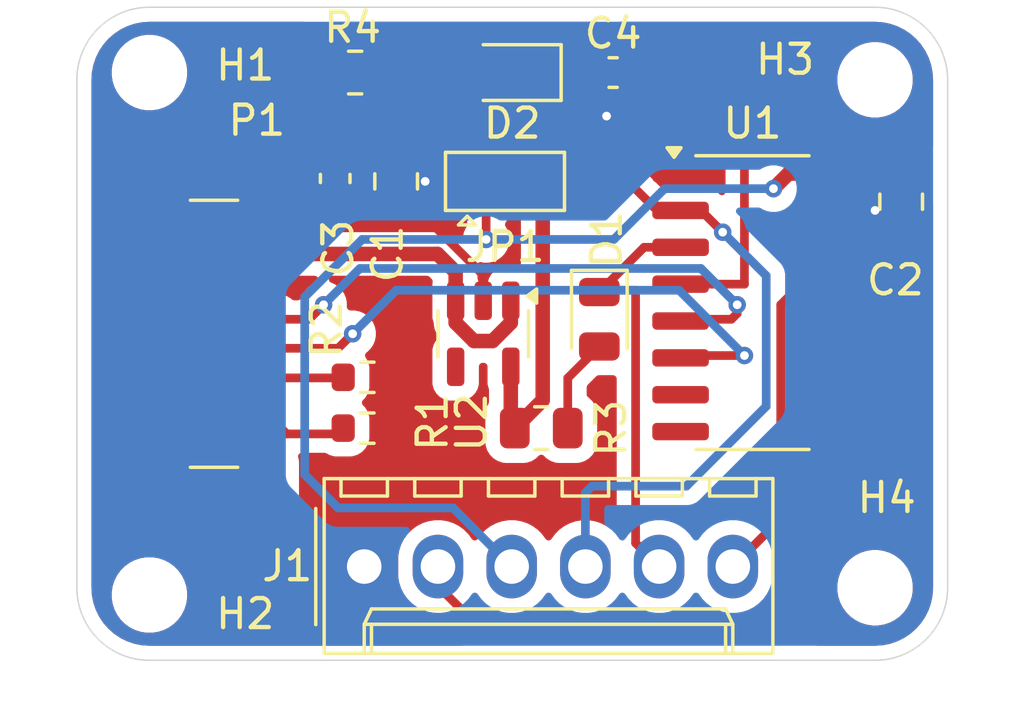
<source format=kicad_pcb>
(kicad_pcb (version 20241229) (generator "pcbnew") (generator_version "9.0")
  (layers (0 "F.Cu" signal) (2 "B.Cu" signal) (13 "F.Paste" user) (15 "B.Paste" user) (5 "F.SilkS" user "F.Silkscreen") (7 "B.SilkS" user "B.Silkscreen") (1 "F.Mask" user) (3 "B.Mask" user) (25 "Edge.Cuts" user))
  (net 0 "")
  (net 1 "GND")
  (net 2 "VCC")
  (net 3 "Net-(U1-V3)")
  (net 4 "RXI")
  (net 5 "Net-(D1-A)")
  (net 6 "TXO")
  (net 7 "Net-(D2-A)")
  (net 8 "~{DTR}")
  (net 9 "~{CTS}")
  (net 10 "Net-(P1-CC2)")
  (net 11 "Net-(P1-CC1)")
  (net 18 "Net-(P1-D+)")
  (net 20 "Net-(P1-D-)")
  (net 23 "5V")
  (net 24 "3.3V")
  (footprint "MountingHole:MountingHole_2.1mm" (layer "F.Cu") (at 177.5 102)
    (property "Reference" "H3" (at -3.1 -0.7 0) (layer "F.SilkS"))
    (property "Value" "MountingHole")
    (pad "" np_thru_hole circle (at 0 0) (size 2.1 2.1) (drill 2.1) (layers "*.Cu" "*.Mask"))
  )
  (footprint "Resistor_SMD:R_0805_2012Metric" (layer "F.Cu") (at 166 114)
    (property "Reference" "R3" (at 2.4 0 90) (layer "F.SilkS"))
    (property "Value" "1K")
    (fp_line (start -0.227064 -0.735) (end 0.227064 -0.735) (stroke (width 0.12)) (layer "F.SilkS"))
    (fp_line (start -0.227064 0.735) (end 0.227064 0.735) (stroke (width 0.12)) (layer "F.SilkS"))
    (pad "1" smd roundrect (at -0.9125 0) (size 1.025 1.4) (layers "F.Cu" "F.Mask" "F.Paste") (roundrect_rratio 0.243902) (net 24 "3.3V"))
    (pad "2" smd roundrect (at 0.9125 0) (size 1.025 1.4) (layers "F.Cu" "F.Mask" "F.Paste") (roundrect_rratio 0.243902) (net 5 "Net-(D1-A)"))
  )
  (footprint "LED_SMD:LED_0805_2012Metric" (layer "F.Cu") (at 168 110.25 -90)
    (property "Reference" "D1" (at -2.75 -0.25 90) (layer "F.SilkS"))
    (property "Value" "LED")
    (fp_line (start -1.685 0.96) (end 1 0.96) (stroke (width 0.12)) (layer "F.SilkS"))
    (fp_line (start -1.685 -0.96) (end -1.685 0.96) (stroke (width 0.12)) (layer "F.SilkS"))
    (fp_line (start 1 -0.96) (end -1.685 -0.96) (stroke (width 0.12)) (layer "F.SilkS"))
    (pad "1" smd roundrect (at -0.9375 0 270) (size 0.975 1.4) (layers "F.Cu" "F.Mask" "F.Paste") (net 4 "RXI"))
    (pad "2" smd roundrect (at 0.9375 0 270) (size 0.975 1.4) (layers "F.Cu" "F.Mask" "F.Paste") (net 5 "Net-(D1-A)"))
  )
  (footprint "MountingHole:MountingHole_2.1mm" (layer "F.Cu") (at 152.5 101.75)
    (property "Reference" "H1" (at 3.3 -0.25 0) (layer "F.SilkS"))
    (property "Value" "MountingHole")
    (pad "" np_thru_hole circle (at 0 0) (size 2.1 2.1) (drill 2.1) (layers "*.Cu" "*.Mask"))
  )
  (footprint "Resistor_SMD:R_0805_2012Metric" (layer "F.Cu") (at 159.5875 101.75)
    (property "Reference" "R4" (at -0.0875 -1.55 0) (layer "F.SilkS"))
    (property "Value" "1K")
    (fp_line (start -0.227064 -0.735) (end 0.227064 -0.735) (stroke (width 0.12)) (layer "F.SilkS"))
    (fp_line (start -0.227064 0.735) (end 0.227064 0.735) (stroke (width 0.12)) (layer "F.SilkS"))
    (pad "1" smd roundrect (at -0.9125 0) (size 1.025 1.4) (layers "F.Cu" "F.Mask" "F.Paste") (roundrect_rratio 0.243902) (net 24 "3.3V"))
    (pad "2" smd roundrect (at 0.9125 0) (size 1.025 1.4) (layers "F.Cu" "F.Mask" "F.Paste") (roundrect_rratio 0.243902) (net 7 "Net-(D2-A)"))
  )
  (footprint "LED_SMD:LED_0805_2012Metric" (layer "F.Cu") (at 165 101.75 180)
    (property "Reference" "D2" (at 0 -1.75 0) (layer "F.SilkS"))
    (property "Value" "LED")
    (fp_line (start 1 -0.96) (end -1.685 -0.96) (stroke (width 0.12)) (layer "F.SilkS"))
    (fp_line (start -1.685 0.96) (end 1 0.96) (stroke (width 0.12)) (layer "F.SilkS"))
    (fp_line (start -1.685 -0.96) (end -1.685 0.96) (stroke (width 0.12)) (layer "F.SilkS"))
    (pad "1" smd roundrect (at -0.9375 0 180) (size 0.975 1.4) (layers "F.Cu" "F.Mask" "F.Paste") (net 6 "TXO"))
    (pad "2" smd roundrect (at 0.9375 0 180) (size 0.975 1.4) (layers "F.Cu" "F.Mask" "F.Paste") (net 7 "Net-(D2-A)"))
  )
  (footprint "Capacitor_SMD:C_0603_1608Metric" (layer "F.Cu") (at 168.475 101.75)
    (property "Reference" "C4" (at 0 -1.35 0) (layer "F.SilkS"))
    (property "Value" "1uF")
    (fp_line (start -0.14058 -0.51) (end 0.14058 -0.51) (stroke (width 0.12)) (layer "F.SilkS"))
    (fp_line (start -0.14058 0.51) (end 0.14058 0.51) (stroke (width 0.12)) (layer "F.SilkS"))
    (pad "1" smd roundrect (at -0.775 0) (size 0.9 0.95) (layers "F.Cu" "F.Mask" "F.Paste") (net 24 "3.3V"))
    (pad "2" smd roundrect (at 0.775 0) (size 0.9 0.95) (layers "F.Cu" "F.Mask" "F.Paste") (net 1 "GND"))
  )
  (footprint "Connector_Molex:Molex_KK-254_AE-6410-06A_1x06_P2.54mm_Vertical" (layer "F.Cu") (at 159.9 118.77)
    (property "Reference" "J1" (at -2.65 -0.02 0) (layer "F.SilkS"))
    (property "Value" "Conn_01x06_Pin")
    (fp_line (start -1.67 -2) (end -1.67 2) (stroke (width 0.12)) (layer "F.SilkS"))
    (fp_line (start -1.38 -3.03) (end -1.38 2.99) (stroke (width 0.12)) (layer "F.SilkS"))
    (fp_line (start -1.38 2.99) (end 14.08 2.99) (stroke (width 0.12)) (layer "F.SilkS"))
    (fp_line (start -0.8 -3.03) (end -0.8 -2.43) (stroke (width 0.12)) (layer "F.SilkS"))
    (fp_line (start -0.8 -2.43) (end 0.8 -2.43) (stroke (width 0.12)) (layer "F.SilkS"))
    (fp_line (start 0 1.99) (end 0.25 1.46) (stroke (width 0.12)) (layer "F.SilkS"))
    (fp_line (start 0 1.99) (end 12.7 1.99) (stroke (width 0.12)) (layer "F.SilkS"))
    (fp_line (start 0 2.99) (end 0 1.99) (stroke (width 0.12)) (layer "F.SilkS"))
    (fp_line (start 0.25 1.46) (end 12.45 1.46) (stroke (width 0.12)) (layer "F.SilkS"))
    (fp_line (start 0.25 2.99) (end 0.25 1.99) (stroke (width 0.12)) (layer "F.SilkS"))
    (fp_line (start 0.8 -2.43) (end 0.8 -3.03) (stroke (width 0.12)) (layer "F.SilkS"))
    (fp_line (start 1.74 -3.03) (end 1.74 -2.43) (stroke (width 0.12)) (layer "F.SilkS"))
    (fp_line (start 1.74 -2.43) (end 3.34 -2.43) (stroke (width 0.12)) (layer "F.SilkS"))
    (fp_line (start 3.34 -2.43) (end 3.34 -3.03) (stroke (width 0.12)) (layer "F.SilkS"))
    (fp_line (start 4.28 -3.03) (end 4.28 -2.43) (stroke (width 0.12)) (layer "F.SilkS"))
    (fp_line (start 4.28 -2.43) (end 5.88 -2.43) (stroke (width 0.12)) (layer "F.SilkS"))
    (fp_line (start 5.88 -2.43) (end 5.88 -3.03) (stroke (width 0.12)) (layer "F.SilkS"))
    (fp_line (start 6.82 -3.03) (end 6.82 -2.43) (stroke (width 0.12)) (layer "F.SilkS"))
    (fp_line (start 6.82 -2.43) (end 8.42 -2.43) (stroke (width 0.12)) (layer "F.SilkS"))
    (fp_line (start 8.42 -2.43) (end 8.42 -3.03) (stroke (width 0.12)) (layer "F.SilkS"))
    (fp_line (start 9.36 -3.03) (end 9.36 -2.43) (stroke (width 0.12)) (layer "F.SilkS"))
    (fp_line (start 9.36 -2.43) (end 10.96 -2.43) (stroke (width 0.12)) (layer "F.SilkS"))
    (fp_line (start 10.96 -2.43) (end 10.96 -3.03) (stroke (width 0.12)) (layer "F.SilkS"))
    (fp_line (start 11.9 -3.03) (end 11.9 -2.43) (stroke (width 0.12)) (layer "F.SilkS"))
    (fp_line (start 11.9 -2.43) (end 13.5 -2.43) (stroke (width 0.12)) (layer "F.SilkS"))
    (fp_line (start 12.45 1.46) (end 12.7 1.99) (stroke (width 0.12)) (layer "F.SilkS"))
    (fp_line (start 12.45 2.99) (end 12.45 1.99) (stroke (width 0.12)) (layer "F.SilkS"))
    (fp_line (start 12.7 1.99) (end 12.7 2.99) (stroke (width 0.12)) (layer "F.SilkS"))
    (fp_line (start 13.5 -2.43) (end 13.5 -3.03) (stroke (width 0.12)) (layer "F.SilkS"))
    (fp_line (start 14.08 -3.03) (end -1.38 -3.03) (stroke (width 0.12)) (layer "F.SilkS"))
    (fp_line (start 14.08 2.99) (end 14.08 -3.03) (stroke (width 0.12)) (layer "F.SilkS"))
    (pad "1" thru_hole roundrect (at 0 0) (size 1.74 2.19) (drill 1.19) (layers "*.Cu" "*.Mask") (roundrect_rratio 0.143678) (net 1 "GND"))
    (pad "2" thru_hole oval (at 2.54 0) (size 1.74 2.19) (drill 1.19) (layers "*.Cu" "*.Mask") (net 9 "~{CTS}"))
    (pad "3" thru_hole oval (at 5.08 0) (size 1.74 2.19) (drill 1.19) (layers "*.Cu" "*.Mask") (net 2 "VCC"))
    (pad "4" thru_hole oval (at 7.62 0) (size 1.74 2.19) (drill 1.19) (layers "*.Cu" "*.Mask") (net 6 "TXO"))
    (pad "5" thru_hole oval (at 10.16 0) (size 1.74 2.19) (drill 1.19) (layers "*.Cu" "*.Mask") (net 4 "RXI"))
    (pad "6" thru_hole oval (at 12.7 0) (size 1.74 2.19) (drill 1.19) (layers "*.Cu" "*.Mask") (net 8 "~{DTR}"))
  )
  (footprint "MountingHole:MountingHole_2.1mm" (layer "F.Cu") (at 152.5 119.75)
    (property "Reference" "H2" (at 3.3 0.65 0) (layer "F.SilkS"))
    (property "Value" "MountingHole")
    (pad "" np_thru_hole circle (at 0 0) (size 2.1 2.1) (drill 2.1) (layers "*.Cu" "*.Mask"))
  )
  (footprint "Capacitor_SMD:C_0603_1608Metric" (layer "F.Cu") (at 158.9 105.4 -90)
    (property "Reference" "C3" (at 2.4 -0.1 90) (layer "F.SilkS"))
    (property "Value" "1uF")
    (fp_line (start -0.14058 0.51) (end 0.14058 0.51) (stroke (width 0.12)) (layer "F.SilkS"))
    (fp_line (start -0.14058 -0.51) (end 0.14058 -0.51) (stroke (width 0.12)) (layer "F.SilkS"))
    (pad "1" smd roundrect (at -0.775 0 270) (size 0.9 0.95) (layers "F.Cu" "F.Mask" "F.Paste") (net 23 "5V"))
    (pad "2" smd roundrect (at 0.775 0 270) (size 0.9 0.95) (layers "F.Cu" "F.Mask" "F.Paste") (net 1 "GND"))
  )
  (footprint "Resistor_SMD:R_0603_1608Metric" (layer "F.Cu") (at 160 112.25)
    (property "Reference" "R2" (at -1.4 -1.65 90) (layer "F.SilkS"))
    (property "Value" "5.1K")
    (fp_line (start -0.237258 -0.5225) (end 0.237258 -0.5225) (stroke (width 0.12)) (layer "F.SilkS"))
    (fp_line (start -0.237258 0.5225) (end 0.237258 0.5225) (stroke (width 0.12)) (layer "F.SilkS"))
    (pad "1" smd roundrect (at -0.825 0) (size 0.8 0.95) (layers "F.Cu" "F.Mask" "F.Paste") (net 11 "Net-(P1-CC1)"))
    (pad "2" smd roundrect (at 0.825 0) (size 0.8 0.95) (layers "F.Cu" "F.Mask" "F.Paste") (net 1 "GND"))
  )
  (footprint "Capacitor_SMD:C_0805_2012Metric" (layer "F.Cu") (at 178.4 106.2 -90)
    (property "Reference" "C2" (at 2.7 0.2 0) (layer "F.SilkS"))
    (property "Value" "10nF")
    (fp_line (start -0.261252 0.735) (end 0.261252 0.735) (stroke (width 0.12)) (layer "F.SilkS"))
    (fp_line (start -0.261252 -0.735) (end 0.261252 -0.735) (stroke (width 0.12)) (layer "F.SilkS"))
    (pad "1" smd roundrect (at -0.95 0 270) (size 1 1.45) (layers "F.Cu" "F.Mask" "F.Paste") (net 3 "Net-(U1-V3)"))
    (pad "2" smd roundrect (at 0.95 0 270) (size 1 1.45) (layers "F.Cu" "F.Mask" "F.Paste") (net 1 "GND"))
  )
  (footprint "Capacitor_SMD:C_0805_2012Metric" (layer "F.Cu") (at 161 105.5 -90)
    (property "Reference" "C1" (at 2.5 0.3 90) (layer "F.SilkS"))
    (property "Value" "0.1uF")
    (fp_line (start -0.261252 0.735) (end 0.261252 0.735) (stroke (width 0.12)) (layer "F.SilkS"))
    (fp_line (start -0.261252 -0.735) (end 0.261252 -0.735) (stroke (width 0.12)) (layer "F.SilkS"))
    (pad "1" smd roundrect (at -0.95 0 270) (size 1 1.45) (layers "F.Cu" "F.Mask" "F.Paste") (net 23 "5V"))
    (pad "2" smd roundrect (at 0.95 0 270) (size 1 1.45) (layers "F.Cu" "F.Mask" "F.Paste") (net 1 "GND"))
  )
  (footprint "Resistor_SMD:R_0603_1608Metric" (layer "F.Cu") (at 160 114)
    (property "Reference" "R1" (at 2.25 -0.2 90) (layer "F.SilkS"))
    (property "Value" "5.1K")
    (fp_line (start -0.237258 -0.5225) (end 0.237258 -0.5225) (stroke (width 0.12)) (layer "F.SilkS"))
    (fp_line (start -0.237258 0.5225) (end 0.237258 0.5225) (stroke (width 0.12)) (layer "F.SilkS"))
    (pad "1" smd roundrect (at -0.825 0) (size 0.8 0.95) (layers "F.Cu" "F.Mask" "F.Paste") (net 10 "Net-(P1-CC2)"))
    (pad "2" smd roundrect (at 0.825 0) (size 0.8 0.95) (layers "F.Cu" "F.Mask" "F.Paste") (net 1 "GND"))
  )
  (footprint "Jumper:SolderJumper-3_P1.3mm_Bridged12_Pad1.0x1.5mm" (layer "F.Cu") (at 164.75 105.5)
    (property "Reference" "JP1" (at 0 2.25 0) (layer "F.SilkS"))
    (property "Value" "SolderJumper_3_Bridged12")
    (fp_poly (pts (xy -0.9 -0.3) (xy -0.4 -0.3) (xy -0.4 0.3) (xy -0.9 0.3)) (fill yes) (layer "F.Cu"))
    (fp_line (start -2.05 -1) (end 2.05 -1) (stroke (width 0.12)) (layer "F.SilkS"))
    (fp_line (start -2.05 1) (end -2.05 -1) (stroke (width 0.12)) (layer "F.SilkS"))
    (fp_line (start -1.6 1.5) (end -1 1.5) (stroke (width 0.12)) (layer "F.SilkS"))
    (fp_line (start -1.3 1.2) (end -1.6 1.5) (stroke (width 0.12)) (layer "F.SilkS"))
    (fp_line (start -1.3 1.2) (end -1 1.5) (stroke (width 0.12)) (layer "F.SilkS"))
    (fp_line (start 2.05 -1) (end 2.05 1) (stroke (width 0.12)) (layer "F.SilkS"))
    (fp_line (start 2.05 1) (end -2.05 1) (stroke (width 0.12)) (layer "F.SilkS"))
    (pad "1" smd rect (at -1.3 0) (size 1 1.5) (layers "F.Cu" "F.Mask") (net 23 "5V"))
    (pad "2" smd rect (at 0 0) (size 1 1.5) (layers "F.Cu" "F.Mask") (net 2 "VCC"))
    (pad "3" smd rect (at 1.3 0) (size 1 1.5) (layers "F.Cu" "F.Mask") (net 24 "3.3V"))
  )
  (footprint "MountingHole:MountingHole_2.1mm" (layer "F.Cu") (at 177.5 119.5)
    (property "Reference" "H4" (at 0.4 -3.1 0) (layer "F.SilkS"))
    (property "Value" "MountingHole")
    (pad "" np_thru_hole circle (at 0 0) (size 2.1 2.1) (drill 2.1) (layers "*.Cu" "*.Mask"))
  )
  (footprint "Connector_USB:USB_C_Receptacle_GCT_USB4135-GF-A_6P_TopMnt_Horizontal" (layer "F.Cu") (at 153.5 110.75 -90)
    (property "Reference" "P1" (at -7.35 -2.7 0) (layer "F.SilkS"))
    (property "Value" "USB_C_Plug_USB2.0")
    (fp_line (start -4.6 -2.04) (end -4.6 -0.41) (stroke (width 0.12)) (layer "F.SilkS"))
    (fp_line (start 4.6 -2.04) (end 4.6 -0.41) (stroke (width 0.12)) (layer "F.SilkS"))
    (pad "A4" smd roundrect (at -2.75 -3.0325 270) (size 0.8 1.2) (layers "F.Cu" "F.Mask" "F.Paste") (net 23 "5V"))
    (pad "A5" smd roundrect (at 1.52 -3.0325 90) (size 0.76 1.2) (layers "F.Cu" "F.Mask" "F.Paste") (net 11 "Net-(P1-CC1)"))
    (pad "A6" smd roundrect (at -0.5 -3.0325 270) (size 0.7 1.2) (layers "F.Cu" "F.Mask" "F.Paste") (net 18 "Net-(P1-D+)"))
    (pad "A7" smd roundrect (at 0.5 -3.0325 90) (size 0.7 1.2) (layers "F.Cu" "F.Mask" "F.Paste") (net 20 "Net-(P1-D-)"))
    (pad "B5" smd roundrect (at 2.75 -3.0325 90) (size 0.8 1.2) (layers "F.Cu" "F.Mask" "F.Paste") (net 10 "Net-(P1-CC2)"))
    (pad "S1" smd roundrect (at -5.125 -2.9775 270) (size 1.8 1.35) (layers "F.Cu" "F.Mask" "F.Paste") (roundrect_rratio 0.1851851852))
    (pad "S1" smd roundrect (at -5.125 0.6025 270) (size 1.8 1.5) (layers "F.Cu" "F.Mask" "F.Paste") (roundrect_rratio 0.1666666667))
    (pad "S1" smd roundrect (at 5.125 -2.9775 270) (size 1.8 1.35) (layers "F.Cu" "F.Mask" "F.Paste") (roundrect_rratio 0.1851851852))
    (pad "S1" smd roundrect (at 5.125 0.6025 270) (size 1.8 1.5) (layers "F.Cu" "F.Mask" "F.Paste") (roundrect_rratio 0.1666666667))
  )
  (footprint "Package_TO_SOT_SMD:SOT-23-5" (layer "F.Cu") (at 164 110.75 -90)
    (property "Reference" "U2" (at 3.05 0.4 270) (layer "F.SilkS"))
    (property "Value" "AP2112K-3.3")
    (fp_line (start 0 1.56) (end -0.8 1.56) (stroke (width 0.12)) (layer "F.SilkS"))
    (fp_line (start 0 1.56) (end 0.8 1.56) (stroke (width 0.12)) (layer "F.SilkS"))
    (fp_line (start 0 -1.56) (end -0.8 -1.56) (stroke (width 0.12)) (layer "F.SilkS"))
    (fp_line (start 0 -1.56) (end 0.8 -1.56) (stroke (width 0.12)) (layer "F.SilkS"))
    (fp_poly (pts (xy -1.3 -1.51) (xy -1.54 -1.84) (xy -1.06 -1.84)) (stroke (width 0.12)) (fill yes) (layer "F.SilkS"))
    (pad "1" smd roundrect (at -1.1375 -0.95 270) (size 1.325 0.6) (layers "F.Cu" "F.Mask" "F.Paste") (net 23 "5V"))
    (pad "2" smd roundrect (at -1.1375 0 270) (size 1.325 0.6) (layers "F.Cu" "F.Mask" "F.Paste") (net 1 "GND"))
    (pad "3" smd roundrect (at -1.1375 0.95 270) (size 1.325 0.6) (layers "F.Cu" "F.Mask" "F.Paste") (net 23 "5V"))
    (pad "4" smd roundrect (at 1.1375 0.95 270) (size 1.325 0.6) (layers "F.Cu" "F.Mask" "F.Paste"))
    (pad "5" smd roundrect (at 1.1375 -0.95 270) (size 1.325 0.6) (layers "F.Cu" "F.Mask" "F.Paste") (net 24 "3.3V"))
  )
  (footprint "Package_SO:SOIC-16_3.9x9.9mm_P1.27mm" (layer "F.Cu") (at 173.275 109.675)
    (property "Reference" "U1" (at 0 -6.175 0) (layer "F.SilkS"))
    (property "Value" "CH340C")
    (fp_line (start 0 -5.06) (end -1.95 -5.06) (stroke (width 0.12)) (layer "F.SilkS"))
    (fp_line (start 0 -5.06) (end 1.95 -5.06) (stroke (width 0.12)) (layer "F.SilkS"))
    (fp_line (start 0 5.06) (end -1.95 5.06) (stroke (width 0.12)) (layer "F.SilkS"))
    (fp_line (start 0 5.06) (end 1.95 5.06) (stroke (width 0.12)) (layer "F.SilkS"))
    (fp_poly (pts (xy -2.7 -5.005) (xy -2.94 -5.335) (xy -2.46 -5.335)) (stroke (width 0.12)) (fill yes) (layer "F.SilkS"))
    (pad "1" smd roundrect (at -2.475 -4.445) (size 1.95 0.6) (layers "F.Cu" "F.Mask" "F.Paste") (net 1 "GND"))
    (pad "2" smd roundrect (at -2.475 -3.175) (size 1.95 0.6) (layers "F.Cu" "F.Mask" "F.Paste") (net 6 "TXO"))
    (pad "3" smd roundrect (at -2.475 -1.905) (size 1.95 0.6) (layers "F.Cu" "F.Mask" "F.Paste") (net 4 "RXI"))
    (pad "4" smd roundrect (at -2.475 -0.635) (size 1.95 0.6) (layers "F.Cu" "F.Mask" "F.Paste") (net 3 "Net-(U1-V3)"))
    (pad "5" smd roundrect (at -2.475 0.635) (size 1.95 0.6) (layers "F.Cu" "F.Mask" "F.Paste") (net 18 "Net-(P1-D+)"))
    (pad "6" smd roundrect (at -2.475 1.905) (size 1.95 0.6) (layers "F.Cu" "F.Mask" "F.Paste") (net 20 "Net-(P1-D-)"))
    (pad "7" smd roundrect (at -2.475 3.175) (size 1.95 0.6) (layers "F.Cu" "F.Mask" "F.Paste"))
    (pad "8" smd roundrect (at -2.475 4.445) (size 1.95 0.6) (layers "F.Cu" "F.Mask" "F.Paste"))
    (pad "9" smd roundrect (at 2.475 4.445) (size 1.95 0.6) (layers "F.Cu" "F.Mask" "F.Paste") (net 9 "~{CTS}"))
    (pad "10" smd roundrect (at 2.475 3.175) (size 1.95 0.6) (layers "F.Cu" "F.Mask" "F.Paste"))
    (pad "11" smd roundrect (at 2.475 1.905) (size 1.95 0.6) (layers "F.Cu" "F.Mask" "F.Paste"))
    (pad "12" smd roundrect (at 2.475 0.635) (size 1.95 0.6) (layers "F.Cu" "F.Mask" "F.Paste"))
    (pad "13" smd roundrect (at 2.475 -0.635) (size 1.95 0.6) (layers "F.Cu" "F.Mask" "F.Paste") (net 8 "~{DTR}"))
    (pad "14" smd roundrect (at 2.475 -1.905) (size 1.95 0.6) (layers "F.Cu" "F.Mask" "F.Paste"))
    (pad "15" smd roundrect (at 2.475 -3.175) (size 1.95 0.6) (layers "F.Cu" "F.Mask" "F.Paste"))
    (pad "16" smd roundrect (at 2.475 -4.445) (size 1.95 0.6) (layers "F.Cu" "F.Mask" "F.Paste") (net 2 "VCC"))
  )
  (gr_arc (start 150 102) (mid 150.732233 100.232233) (end 152.5 99.5) (stroke (width 0.05)) (layer "Edge.Cuts"))
  (gr_arc (start 177.5 99.5) (mid 179.267767 100.232233) (end 180 102) (stroke (width 0.05)) (layer "Edge.Cuts"))
  (gr_arc (start 152.5 122) (mid 150.732233 121.267767) (end 150 119.5) (stroke (width 0.05)) (layer "Edge.Cuts"))
  (gr_line (start 152.5 99.5) (end 177.5 99.5) (stroke (width 0.05)) (layer "Edge.Cuts"))
  (gr_line (start 180 102) (end 180 119.5) (stroke (width 0.05)) (layer "Edge.Cuts"))
  (gr_arc (start 180 119.5) (mid 179.267767 121.267767) (end 177.5 122) (stroke (width 0.05)) (layer "Edge.Cuts"))
  (gr_line (start 150 102) (end 150 119.5) (stroke (width 0.05)) (layer "Edge.Cuts"))
  (gr_line (start 152.5 122) (end 177.5 122) (stroke (width 0.05)) (layer "Edge.Cuts"))
  (segment (start 164 108.725) (end 164 109.6125) (width 0.3) (layer "F.Cu") (net 1))
  (segment (start 169.25 103.68) (end 170.8 105.23) (width 0.3) (layer "F.Cu") (net 1))
  (segment (start 158.9 106.175) (end 160.725 106.175) (width 0.3) (layer "F.Cu") (net 1))
  (segment (start 161 114.175) (end 160.825 114) (width 0.3) (layer "F.Cu") (net 1))
  (segment (start 159.9 118.77) (end 161 117.67) (width 0.3) (layer "F.Cu") (net 1))
  (segment (start 169.25 101.75) (end 169.25 103.68) (width 0.3) (layer "F.Cu") (net 1))
  (segment (start 161 106.45) (end 161.725 106.45) (width 0.3) (layer "F.Cu") (net 1))
  (segment (start 160.825 114) (end 160.825 112.25) (width 0.3) (layer "F.Cu") (net 1))
  (segment (start 161 117.67) (end 161 114.175) (width 0.3) (layer "F.Cu") (net 1))
  (segment (start 161.725 106.45) (end 164 108.725) (width 0.3) (layer "F.Cu") (net 1))
  (segment (start 160.825 112.25) (end 161 112.25) (width 0.3) (layer "F.Cu") (net 1))
  (via (at 177.5 106.5) (size 0.6) (drill 0.3) (layers "F.Cu" "B.Cu") (net 1))
  (via (at 162 105.5) (size 0.6) (drill 0.3) (layers "F.Cu" "B.Cu") (net 1))
  (via (at 168.25 103.25) (size 0.6) (drill 0.3) (layers "F.Cu" "B.Cu") (net 1))
  (segment (start 164.75 106) (end 164.75 105.5) (width 0.3) (layer "F.Cu") (net 2))
  (segment (start 174.52 105.23) (end 174 105.75) (width 0.5) (layer "F.Cu") (net 2))
  (segment (start 164.75 105.5) (end 164.75 106.051) (width 0.3) (layer "F.Cu") (net 2))
  (segment (start 164.1 106.65) (end 164.75 106) (width 0.3) (layer "F.Cu") (net 2))
  (segment (start 175.75 105.23) (end 174.52 105.23) (width 0.5) (layer "F.Cu") (net 2))
  (segment (start 164.1 107.5) (end 164.1 106.65) (width 0.3) (layer "F.Cu") (net 2))
  (via (at 174 105.75) (size 0.6) (drill 0.3) (layers "F.Cu" "B.Cu") (net 2))
  (via (at 164.1 107.5) (size 0.6) (drill 0.3) (layers "F.Cu" "B.Cu") (net 2))
  (segment (start 162.96 116.75) (end 164.98 118.77) (width 0.3) (layer "B.Cu") (net 2))
  (segment (start 157.849 109.480346) (end 157.849 115.599) (width 0.3) (layer "B.Cu") (net 2))
  (segment (start 159.829346 107.5) (end 157.849 109.480346) (width 0.3) (layer "B.Cu") (net 2))
  (segment (start 157.849 115.599) (end 159 116.75) (width 0.3) (layer "B.Cu") (net 2))
  (segment (start 159 116.75) (end 162.96 116.75) (width 0.3) (layer "B.Cu") (net 2))
  (segment (start 170.25 105.75) (end 174 105.75) (width 0.3) (layer "B.Cu") (net 2))
  (segment (start 168.5 107.5) (end 170.25 105.75) (width 0.3) (layer "B.Cu") (net 2))
  (segment (start 164.1 107.5) (end 168.5 107.5) (width 0.3) (layer "B.Cu") (net 2))
  (segment (start 164.1 107.5) (end 159.829346 107.5) (width 0.3) (layer "B.Cu") (net 2))
  (segment (start 176.457678 104.25) (end 173 104.25) (width 0.3) (layer "F.Cu") (net 3))
  (segment (start 178.4 105.25) (end 177.457678 105.25) (width 0.3) (layer "F.Cu") (net 3))
  (segment (start 177.457678 105.25) (end 176.457678 104.25) (width 0.3) (layer "F.Cu") (net 3))
  (segment (start 173 109.04) (end 170.8 109.04) (width 0.3) (layer "F.Cu") (net 3))
  (segment (start 173 104.25) (end 173 109.04) (width 0.3) (layer "F.Cu") (net 3))
  (segment (start 169.25 117.96) (end 169.25 109.25) (width 0.3) (layer "F.Cu") (net 4))
  (segment (start 168.0625 109.25) (end 168 109.3125) (width 0.3) (layer "F.Cu") (net 4))
  (segment (start 169.5425 107.77) (end 170.8 107.77) (width 0.3) (layer "F.Cu") (net 4))
  (segment (start 170.06 118.77) (end 169.25 117.96) (width 0.3) (layer "F.Cu") (net 4))
  (segment (start 168 109.3125) (end 169.5425 107.77) (width 0.3) (layer "F.Cu") (net 4))
  (segment (start 169.25 109.25) (end 168.0625 109.25) (width 0.3) (layer "F.Cu") (net 4))
  (segment (start 168 111.1875) (end 166.9125 112.275) (width 0.3) (layer "F.Cu") (net 5))
  (segment (start 166.9125 112.275) (end 166.9125 114) (width 0.3) (layer "F.Cu") (net 5))
  (segment (start 172.25 107.25) (end 171.5 106.5) (width 0.3) (layer "F.Cu") (net 6))
  (segment (start 169.987501 106.5) (end 170.8 106.5) (width 0.3) (layer "F.Cu") (net 6))
  (segment (start 165.9375 101.75) (end 165.9375 102.449999) (width 0.3) (layer "F.Cu") (net 6))
  (segment (start 171.5 106.5) (end 170.8 106.5) (width 0.3) (layer "F.Cu") (net 6))
  (segment (start 165.9375 102.449999) (end 169.987501 106.5) (width 0.3) (layer "F.Cu") (net 6))
  (via (at 172.25 107.25) (size 0.6) (drill 0.3) (layers "F.Cu" "B.Cu") (net 6))
  (segment (start 167.75 116) (end 167.52 116.23) (width 0.3) (layer "B.Cu") (net 6))
  (segment (start 172.25 107.25) (end 173.75 108.75) (width 0.3) (layer "B.Cu") (net 6))
  (segment (start 173.75 108.75) (end 173.75 113.25) (width 0.3) (layer "B.Cu") (net 6))
  (segment (start 171 116) (end 167.75 116) (width 0.3) (layer "B.Cu") (net 6))
  (segment (start 173.75 113.25) (end 171 116) (width 0.3) (layer "B.Cu") (net 6))
  (segment (start 167.52 116.23) (end 167.52 118.77) (width 0.3) (layer "B.Cu") (net 6))
  (segment (start 160.5 101.75) (end 164.0625 101.75) (width 0.3) (layer "F.Cu") (net 7))
  (segment (start 174.96 109.04) (end 175.75 109.04) (width 0.3) (layer "F.Cu") (net 8))
  (segment (start 172.6 118.77) (end 174.25 117.12) (width 0.3) (layer "F.Cu") (net 8))
  (segment (start 174.25 109.75) (end 174.96 109.04) (width 0.3) (layer "F.Cu") (net 8))
  (segment (start 174.25 117.12) (end 174.25 109.75) (width 0.3) (layer "F.Cu") (net 8))
  (segment (start 175.75 116.75) (end 175.75 114.12) (width 0.3) (layer "F.Cu") (net 9))
  (segment (start 164.25 121.25) (end 174.75 121.25) (width 0.3) (layer "F.Cu") (net 9))
  (segment (start 162.44 118.77) (end 162.44 119.44) (width 0.3) (layer "F.Cu") (net 9))
  (segment (start 174.75 121.25) (end 174.75 117.75) (width 0.3) (layer "F.Cu") (net 9))
  (segment (start 174.75 117.75) (end 175.75 116.75) (width 0.3) (layer "F.Cu") (net 9))
  (segment (start 162.44 119.44) (end 164.25 121.25) (width 0.3) (layer "F.Cu") (net 9))
  (segment (start 156.5325 113.5) (end 157.2325 114.2) (width 0.3) (layer "F.Cu") (net 10))
  (segment (start 158.975 114.2) (end 159.175 114) (width 0.3) (layer "F.Cu") (net 10))
  (segment (start 157.2325 114.2) (end 158.975 114.2) (width 0.3) (layer "F.Cu") (net 10))
  (segment (start 156.5325 112.27) (end 159.155 112.27) (width 0.3) (layer "F.Cu") (net 11))
  (segment (start 159.155 112.27) (end 159.175 112.25) (width 0.3) (layer "F.Cu") (net 11))
  (segment (start 158 110.25) (end 158.5 109.75) (width 0.3) (layer "F.Cu") (net 18))
  (segment (start 172.55 110.25) (end 171.5 110.25) (width 0.3) (layer "F.Cu") (net 18))
  (segment (start 172.75 109.75) (end 172.75 110.05) (width 0.3) (layer "F.Cu") (net 18))
  (segment (start 171.44 110.31) (end 170.8 110.31) (width 0.3) (layer "F.Cu") (net 18))
  (segment (start 172.75 110.05) (end 172.55 110.25) (width 0.3) (layer "F.Cu") (net 18))
  (segment (start 171.5 110.25) (end 171.44 110.31) (width 0.3) (layer "F.Cu") (net 18))
  (segment (start 156.5325 110.25) (end 158 110.25) (width 0.3) (layer "F.Cu") (net 18))
  (via (at 158.5 109.75) (size 0.6) (drill 0.3) (layers "F.Cu" "B.Cu") (net 18))
  (via (at 172.75 109.75) (size 0.6) (drill 0.3) (layers "F.Cu" "B.Cu") (net 18))
  (segment (start 172.75 109.75) (end 171.5 108.5) (width 0.3) (layer "B.Cu") (net 18))
  (segment (start 159.75 108.5) (end 158.5 109.75) (width 0.3) (layer "B.Cu") (net 18))
  (segment (start 171.5 108.5) (end 159.75 108.5) (width 0.3) (layer "B.Cu") (net 18))
  (segment (start 173 111.5) (end 170.88 111.5) (width 0.3) (layer "F.Cu") (net 20))
  (segment (start 159 111.25) (end 159.5 110.75) (width 0.3) (layer "F.Cu") (net 20))
  (segment (start 170.88 111.5) (end 170.8 111.58) (width 0.3) (layer "F.Cu") (net 20))
  (segment (start 156.5325 111.25) (end 159 111.25) (width 0.3) (layer "F.Cu") (net 20))
  (via (at 159.5 110.75) (size 0.6) (drill 0.3) (layers "F.Cu" "B.Cu") (net 20))
  (via (at 173 111.5) (size 0.6) (drill 0.3) (layers "F.Cu" "B.Cu") (net 20))
  (segment (start 161 109.25) (end 159.5 110.75) (width 0.3) (layer "B.Cu") (net 20))
  (segment (start 170.75 109.25) (end 161 109.25) (width 0.3) (layer "B.Cu") (net 20))
  (segment (start 173 111.5) (end 170.75 109.25) (width 0.3) (layer "B.Cu") (net 20))
  (segment (start 156.5325 108) (end 162.425058 108) (width 0.5) (layer "F.Cu") (net 23))
  (segment (start 161 104.55) (end 162.5 104.55) (width 0.5) (layer "F.Cu") (net 23))
  (segment (start 163.05 110.3709) (end 163.6791 111) (width 0.5) (layer "F.Cu") (net 23))
  (segment (start 156.5325 108) (end 157.7 106.8325) (width 0.5) (layer "F.Cu") (net 23))
  (segment (start 162.5 104.55) (end 163.45 105.5) (width 0.5) (layer "F.Cu") (net 23))
  (segment (start 157.7 104.8) (end 157.875 104.625) (width 0.5) (layer "F.Cu") (net 23))
  (segment (start 160.925 104.625) (end 161 104.55) (width 0.5) (layer "F.Cu") (net 23))
  (segment (start 163.6791 111) (end 164.3209 111) (width 0.5) (layer "F.Cu") (net 23))
  (segment (start 163.05 109.6125) (end 163.05 110.3709) (width 0.5) (layer "F.Cu") (net 23))
  (segment (start 163.05 108.624942) (end 163.05 109.6125) (width 0.5) (layer "F.Cu") (net 23))
  (segment (start 157.875 104.625) (end 158.9 104.625) (width 0.5) (layer "F.Cu") (net 23))
  (segment (start 158.9 104.625) (end 160.925 104.625) (width 0.5) (layer "F.Cu") (net 23))
  (segment (start 164.3209 111) (end 164.95 110.3709) (width 0.5) (layer "F.Cu") (net 23))
  (segment (start 164.95 110.3709) (end 164.95 109.6125) (width 0.5) (layer "F.Cu") (net 23))
  (segment (start 162.425058 108) (end 163.05 108.624942) (width 0.5) (layer "F.Cu") (net 23))
  (segment (start 157.7 106.8325) (end 157.7 104.8) (width 0.5) (layer "F.Cu") (net 23))
  (segment (start 167.8 101.65) (end 167.7 101.75) (width 0.5) (layer "F.Cu") (net 24))
  (segment (start 158.751 100.25) (end 167.8 100.25) (width 0.5) (layer "F.Cu") (net 24))
  (segment (start 166.05 104.25) (end 166.05 105.5) (width 0.5) (layer "F.Cu") (net 24))
  (segment (start 164.95 113.8625) (end 164.95 111.8875) (width 0.5) (layer "F.Cu") (net 24))
  (segment (start 165.0875 114) (end 164.95 113.8625) (width 0.5) (layer "F.Cu") (net 24))
  (segment (start 166.05 113.0375) (end 165.0875 114) (width 0.5) (layer "F.Cu") (net 24))
  (segment (start 158.675 100.326) (end 158.751 100.25) (width 0.5) (layer "F.Cu") (net 24))
  (segment (start 166.05 105.5) (end 166.05 113.0375) (width 0.5) (layer "F.Cu") (net 24))
  (segment (start 167.8 100.25) (end 167.8 101.65) (width 0.5) (layer "F.Cu") (net 24))
  (segment (start 165.224 103.424) (end 166.05 104.25) (width 0.5) (layer "F.Cu") (net 24))
  (segment (start 158.675 101.75) (end 158.675 100.326) (width 0.5) (layer "F.Cu") (net 24))
  (segment (start 160.349 103.424) (end 165.224 103.424) (width 0.5) (layer "F.Cu") (net 24))
  (segment (start 158.675 101.75) (end 160.349 103.424) (width 0.5) (layer "F.Cu") (net 24))
  (zone (net 1) (net_name "GND") (layers "F.Cu" "B.Cu") (connect_pads yes (clearance 0.5)) (min_thickness 0.25) (fill yes (thermal_gap 0.5) (thermal_bridge_width 0.5))
    (polygon (pts (xy 149.75 99.25) (xy 180.25 99.25) (xy 180.25 122.25) (xy 149.75 122.25)))
  )
)
</source>
